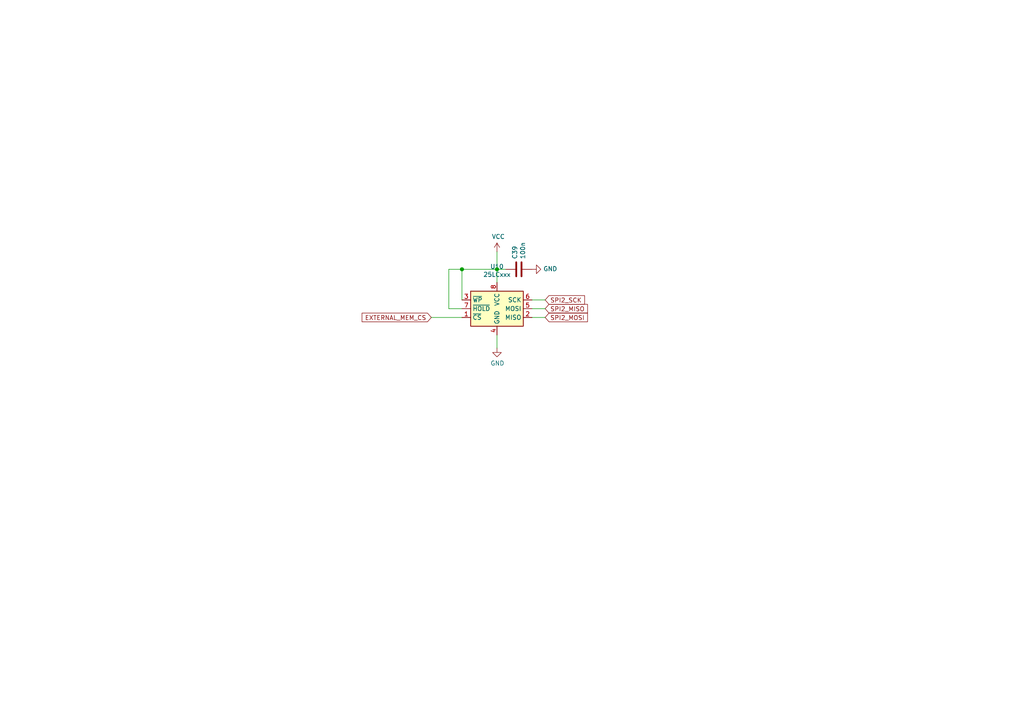
<source format=kicad_sch>
(kicad_sch (version 20200828) (generator eeschema)

  (page 10 11)

  (paper "A4")

  (lib_symbols
    (symbol "Device:C" (pin_numbers hide) (pin_names (offset 0.254)) (in_bom yes) (on_board yes)
      (property "Reference" "C" (id 0) (at 0.635 2.54 0)
        (effects (font (size 1.27 1.27)) (justify left))
      )
      (property "Value" "C" (id 1) (at 0.635 -2.54 0)
        (effects (font (size 1.27 1.27)) (justify left))
      )
      (property "Footprint" "" (id 2) (at 0.9652 -3.81 0)
        (effects (font (size 1.27 1.27)) hide)
      )
      (property "Datasheet" "~" (id 3) (at 0 0 0)
        (effects (font (size 1.27 1.27)) hide)
      )
      (property "ki_keywords" "cap capacitor" (id 4) (at 0 0 0)
        (effects (font (size 1.27 1.27)) hide)
      )
      (property "ki_description" "Unpolarized capacitor" (id 5) (at 0 0 0)
        (effects (font (size 1.27 1.27)) hide)
      )
      (property "ki_fp_filters" "C_*" (id 6) (at 0 0 0)
        (effects (font (size 1.27 1.27)) hide)
      )
      (symbol "C_0_1"
        (polyline
          (pts
            (xy -2.032 -0.762)
            (xy 2.032 -0.762)
          )
          (stroke (width 0.508)) (fill (type none))
        )
        (polyline
          (pts
            (xy -2.032 0.762)
            (xy 2.032 0.762)
          )
          (stroke (width 0.508)) (fill (type none))
        )
      )
      (symbol "C_1_1"
        (pin passive line (at 0 3.81 270) (length 2.794)
          (name "~" (effects (font (size 1.27 1.27))))
          (number "1" (effects (font (size 1.27 1.27))))
        )
        (pin passive line (at 0 -3.81 90) (length 2.794)
          (name "~" (effects (font (size 1.27 1.27))))
          (number "2" (effects (font (size 1.27 1.27))))
        )
      )
    )
    (symbol "Memory_EEPROM:25LCxxx" (in_bom yes) (on_board yes)
      (property "Reference" "U" (id 0) (at -7.62 6.35 0)
        (effects (font (size 1.27 1.27)))
      )
      (property "Value" "25LCxxx" (id 1) (at 2.54 -6.35 0)
        (effects (font (size 1.27 1.27)) (justify left))
      )
      (property "Footprint" "" (id 2) (at 0 0 0)
        (effects (font (size 1.27 1.27)) hide)
      )
      (property "Datasheet" "http://ww1.microchip.com/downloads/en/DeviceDoc/21832H.pdf" (id 3) (at 0 0 0)
        (effects (font (size 1.27 1.27)) hide)
      )
      (property "ki_keywords" "EEPROM memory SPI serial" (id 4) (at 0 0 0)
        (effects (font (size 1.27 1.27)) hide)
      )
      (property "ki_description" "SPI Serial EEPROM, DIP-8/SOIC-8/TSSOP-8" (id 5) (at 0 0 0)
        (effects (font (size 1.27 1.27)) hide)
      )
      (property "ki_fp_filters" "DIP*W7.62mm*\nSOIC*3.9x4.9mm*\nTSSOP*4.4x3mm*P0.65mm*" (id 6) (at 0 0 0)
        (effects (font (size 1.27 1.27)) hide)
      )
      (symbol "25LCxxx_1_1"
        (rectangle (start -7.62 5.08) (end 7.62 -5.08)
          (stroke (width 0.254)) (fill (type background))
        )
        (pin input line (at -10.16 -2.54 0) (length 2.54)
          (name "~CS" (effects (font (size 1.27 1.27))))
          (number "1" (effects (font (size 1.27 1.27))))
        )
        (pin tri_state line (at 10.16 -2.54 180) (length 2.54)
          (name "MISO" (effects (font (size 1.27 1.27))))
          (number "2" (effects (font (size 1.27 1.27))))
        )
        (pin input line (at -10.16 2.54 0) (length 2.54)
          (name "~WP" (effects (font (size 1.27 1.27))))
          (number "3" (effects (font (size 1.27 1.27))))
        )
        (pin power_in line (at 0 -7.62 90) (length 2.54)
          (name "GND" (effects (font (size 1.27 1.27))))
          (number "4" (effects (font (size 1.27 1.27))))
        )
        (pin input line (at 10.16 0 180) (length 2.54)
          (name "MOSI" (effects (font (size 1.27 1.27))))
          (number "5" (effects (font (size 1.27 1.27))))
        )
        (pin input line (at 10.16 2.54 180) (length 2.54)
          (name "SCK" (effects (font (size 1.27 1.27))))
          (number "6" (effects (font (size 1.27 1.27))))
        )
        (pin input line (at -10.16 0 0) (length 2.54)
          (name "~HOLD" (effects (font (size 1.27 1.27))))
          (number "7" (effects (font (size 1.27 1.27))))
        )
        (pin power_in line (at 0 7.62 270) (length 2.54)
          (name "VCC" (effects (font (size 1.27 1.27))))
          (number "8" (effects (font (size 1.27 1.27))))
        )
      )
    )
    (symbol "power:GND" (power) (pin_names (offset 0)) (in_bom yes) (on_board yes)
      (property "Reference" "#PWR" (id 0) (at 0 -6.35 0)
        (effects (font (size 1.27 1.27)) hide)
      )
      (property "Value" "GND" (id 1) (at 0 -3.81 0)
        (effects (font (size 1.27 1.27)))
      )
      (property "Footprint" "" (id 2) (at 0 0 0)
        (effects (font (size 1.27 1.27)) hide)
      )
      (property "Datasheet" "" (id 3) (at 0 0 0)
        (effects (font (size 1.27 1.27)) hide)
      )
      (property "ki_keywords" "power-flag" (id 4) (at 0 0 0)
        (effects (font (size 1.27 1.27)) hide)
      )
      (property "ki_description" "Power symbol creates a global label with name \"GND\" , ground" (id 5) (at 0 0 0)
        (effects (font (size 1.27 1.27)) hide)
      )
      (symbol "GND_0_1"
        (polyline
          (pts
            (xy 0 0)
            (xy 0 -1.27)
            (xy 1.27 -1.27)
            (xy 0 -2.54)
            (xy -1.27 -1.27)
            (xy 0 -1.27)
          )
          (stroke (width 0)) (fill (type none))
        )
      )
      (symbol "GND_1_1"
        (pin power_in line (at 0 0 270) (length 0) hide
          (name "GND" (effects (font (size 1.27 1.27))))
          (number "1" (effects (font (size 1.27 1.27))))
        )
      )
    )
    (symbol "power:VCC" (power) (pin_names (offset 0)) (in_bom yes) (on_board yes)
      (property "Reference" "#PWR" (id 0) (at 0 -3.81 0)
        (effects (font (size 1.27 1.27)) hide)
      )
      (property "Value" "VCC" (id 1) (at 0 3.81 0)
        (effects (font (size 1.27 1.27)))
      )
      (property "Footprint" "" (id 2) (at 0 0 0)
        (effects (font (size 1.27 1.27)) hide)
      )
      (property "Datasheet" "" (id 3) (at 0 0 0)
        (effects (font (size 1.27 1.27)) hide)
      )
      (property "ki_keywords" "power-flag" (id 4) (at 0 0 0)
        (effects (font (size 1.27 1.27)) hide)
      )
      (property "ki_description" "Power symbol creates a global label with name \"VCC\"" (id 5) (at 0 0 0)
        (effects (font (size 1.27 1.27)) hide)
      )
      (symbol "VCC_0_1"
        (polyline
          (pts
            (xy -0.762 1.27)
            (xy 0 2.54)
          )
          (stroke (width 0)) (fill (type none))
        )
        (polyline
          (pts
            (xy 0 0)
            (xy 0 2.54)
          )
          (stroke (width 0)) (fill (type none))
        )
        (polyline
          (pts
            (xy 0 2.54)
            (xy 0.762 1.27)
          )
          (stroke (width 0)) (fill (type none))
        )
      )
      (symbol "VCC_1_1"
        (pin power_in line (at 0 0 90) (length 0) hide
          (name "VCC" (effects (font (size 1.27 1.27))))
          (number "1" (effects (font (size 1.27 1.27))))
        )
      )
    )
  )

  (junction (at 133.985 78.105) (diameter 1.016) (color 0 0 0 0))
  (junction (at 144.145 78.105) (diameter 1.016) (color 0 0 0 0))

  (wire (pts (xy 130.175 78.105) (xy 133.985 78.105))
    (stroke (width 0) (type solid) (color 0 0 0 0))
  )
  (wire (pts (xy 130.175 89.535) (xy 130.175 78.105))
    (stroke (width 0) (type solid) (color 0 0 0 0))
  )
  (wire (pts (xy 133.985 78.105) (xy 144.145 78.105))
    (stroke (width 0) (type solid) (color 0 0 0 0))
  )
  (wire (pts (xy 133.985 86.995) (xy 133.985 78.105))
    (stroke (width 0) (type solid) (color 0 0 0 0))
  )
  (wire (pts (xy 133.985 89.535) (xy 130.175 89.535))
    (stroke (width 0) (type solid) (color 0 0 0 0))
  )
  (wire (pts (xy 133.985 92.075) (xy 125.095 92.075))
    (stroke (width 0) (type solid) (color 0 0 0 0))
  )
  (wire (pts (xy 144.145 73.025) (xy 144.145 78.105))
    (stroke (width 0) (type solid) (color 0 0 0 0))
  )
  (wire (pts (xy 144.145 78.105) (xy 144.145 81.915))
    (stroke (width 0) (type solid) (color 0 0 0 0))
  )
  (wire (pts (xy 144.145 97.155) (xy 144.145 100.965))
    (stroke (width 0) (type solid) (color 0 0 0 0))
  )
  (wire (pts (xy 146.685 78.105) (xy 144.145 78.105))
    (stroke (width 0) (type solid) (color 0 0 0 0))
  )
  (wire (pts (xy 154.305 86.995) (xy 158.115 86.995))
    (stroke (width 0) (type solid) (color 0 0 0 0))
  )
  (wire (pts (xy 154.305 89.535) (xy 158.115 89.535))
    (stroke (width 0) (type solid) (color 0 0 0 0))
  )
  (wire (pts (xy 158.115 92.075) (xy 154.305 92.075))
    (stroke (width 0) (type solid) (color 0 0 0 0))
  )

  (global_label "EXTERNAL_MEM_CS" (shape input) (at 125.095 92.075 180)
    (effects (font (size 1.27 1.27)) (justify right))
  )
  (global_label "SPI2_SCK" (shape input) (at 158.115 86.995 0)
    (effects (font (size 1.27 1.27)) (justify left))
  )
  (global_label "SPI2_MISO" (shape input) (at 158.115 89.535 0)
    (effects (font (size 1.27 1.27)) (justify left))
  )
  (global_label "SPI2_MOSI" (shape input) (at 158.115 92.075 0)
    (effects (font (size 1.27 1.27)) (justify left))
  )

  (symbol (lib_id "power:VCC") (at 144.145 73.025 0) (unit 1)
    (in_bom yes) (on_board yes)
    (uuid "19f3bf88-c360-467f-92af-75bf59ff2c54")
    (property "Reference" "#PWR0174" (id 0) (at 144.145 76.835 0)
      (effects (font (size 1.27 1.27)) hide)
    )
    (property "Value" "VCC" (id 1) (at 144.526 68.6308 0))
    (property "Footprint" "" (id 2) (at 144.145 73.025 0)
      (effects (font (size 1.27 1.27)) hide)
    )
    (property "Datasheet" "" (id 3) (at 144.145 73.025 0)
      (effects (font (size 1.27 1.27)) hide)
    )
  )

  (symbol (lib_id "power:GND") (at 144.145 100.965 0) (unit 1)
    (in_bom yes) (on_board yes)
    (uuid "1c2c0f0a-e950-4c6d-8335-13356d203d7f")
    (property "Reference" "#PWR0175" (id 0) (at 144.145 107.315 0)
      (effects (font (size 1.27 1.27)) hide)
    )
    (property "Value" "GND" (id 1) (at 144.272 105.3592 0))
    (property "Footprint" "" (id 2) (at 144.145 100.965 0)
      (effects (font (size 1.27 1.27)) hide)
    )
    (property "Datasheet" "" (id 3) (at 144.145 100.965 0)
      (effects (font (size 1.27 1.27)) hide)
    )
  )

  (symbol (lib_id "power:GND") (at 154.305 78.105 90) (unit 1)
    (in_bom yes) (on_board yes)
    (uuid "11c4a2a5-daf9-4203-b138-612f6b733cc4")
    (property "Reference" "#PWR0173" (id 0) (at 160.655 78.105 0)
      (effects (font (size 1.27 1.27)) hide)
    )
    (property "Value" "GND" (id 1) (at 157.5562 77.978 90)
      (effects (font (size 1.27 1.27)) (justify right))
    )
    (property "Footprint" "" (id 2) (at 154.305 78.105 0)
      (effects (font (size 1.27 1.27)) hide)
    )
    (property "Datasheet" "" (id 3) (at 154.305 78.105 0)
      (effects (font (size 1.27 1.27)) hide)
    )
  )

  (symbol (lib_id "Device:C") (at 150.495 78.105 90) (unit 1)
    (in_bom yes) (on_board yes)
    (uuid "3e91d3b0-fdaa-4a08-8647-2e5b289affc6")
    (property "Reference" "C39" (id 0) (at 149.3266 75.184 0)
      (effects (font (size 1.27 1.27)) (justify left))
    )
    (property "Value" "100n" (id 1) (at 151.638 75.184 0)
      (effects (font (size 1.27 1.27)) (justify left))
    )
    (property "Footprint" "Capacitor_SMD:C_0603_1608Metric" (id 2) (at 154.305 77.1398 0)
      (effects (font (size 1.27 1.27)) hide)
    )
    (property "Datasheet" "~" (id 3) (at 150.495 78.105 0)
      (effects (font (size 1.27 1.27)) hide)
    )
  )

  (symbol (lib_id "Memory_EEPROM:25LCxxx") (at 144.145 89.535 0) (unit 1)
    (in_bom yes) (on_board yes)
    (uuid "3b184b36-c1dd-4174-992c-514daf272847")
    (property "Reference" "U10" (id 0) (at 144.145 77.3176 0))
    (property "Value" "25LCxxx" (id 1) (at 144.145 79.629 0))
    (property "Footprint" "Package_SO:SOIC-8-1EP_3.9x4.9mm_P1.27mm_EP2.29x3mm" (id 2) (at 144.145 89.535 0)
      (effects (font (size 1.27 1.27)) hide)
    )
    (property "Datasheet" "http://ww1.microchip.com/downloads/en/DeviceDoc/21832H.pdf" (id 3) (at 144.145 89.535 0)
      (effects (font (size 1.27 1.27)) hide)
    )
  )
)

</source>
